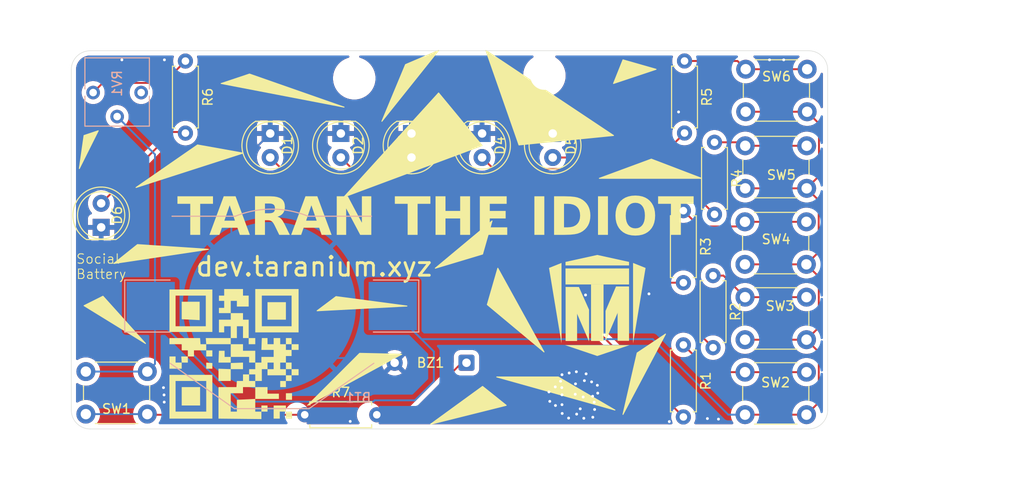
<source format=kicad_pcb>
(kicad_pcb (version 20241229) (generator "pcbnew") (generator_version "9.0")
  (layers (0 "F.Cu" signal) (2 "B.Cu" signal) (13 "F.Paste" user) (15 "B.Paste" user) (5 "F.SilkS" user "F.Silkscreen") (7 "B.SilkS" user "B.Silkscreen") (1 "F.Mask" user) (3 "B.Mask" user) (25 "Edge.Cuts" user))
  (net 0 "")
  (net 1 "GND")
  (net 2 "+3V0")
  (net 3 "Net-(D1-A)")
  (net 4 "Net-(D2-A)")
  (net 5 "Net-(D3-A)")
  (net 6 "Net-(D4-A)")
  (net 7 "Net-(D5-A)")
  (net 8 "Net-(D6-A)")
  (net 9 "Net-(R1-Pad1)")
  (net 10 "Net-(R2-Pad1)")
  (net 11 "Net-(R3-Pad1)")
  (net 12 "Net-(R4-Pad1)")
  (net 13 "Net-(R5-Pad1)")
  (net 14 "Net-(R6-Pad1)")
  (net 16 "Net-(BZ1-+)")
  (net 17 "Net-(R7-Pad1)")
  (footprint "" (layer "F.Cu") (at 181.43 33.41)
    (property "Reference" "" (at 0 0 0) (layer "F.SilkS") (effects (font (size 1.27 1.27))))
    (property "Value" "")
    (pad "" np_thru_hole circle (at 0 0) (size 3 3) (drill 4) (layers "*.Cu" "*.Mask"))
  )
  (footprint "Resistor_THT:R_Axial_DIN0207_L6.3mm_D2.5mm_P7.62mm_Horizontal" (layer "F.Cu") (at 219.53 40.18 -90)
    (property "Reference" "R4" (at 3.81 -2.37 90) (layer "F.SilkS"))
    (property "Value" "R")
    (fp_line (start 0.54 1.37) (end 7.08 1.37) (stroke (width 0.12)) (layer "F.SilkS"))
    (fp_line (start 7.08 1.37) (end 7.08 1.04) (stroke (width 0.12)) (layer "F.SilkS"))
    (fp_line (start 0.54 1.04) (end 0.54 1.37) (stroke (width 0.12)) (layer "F.SilkS"))
    (fp_line (start 0.54 -1.04) (end 0.54 -1.37) (stroke (width 0.12)) (layer "F.SilkS"))
    (fp_line (start 0.54 -1.37) (end 7.08 -1.37) (stroke (width 0.12)) (layer "F.SilkS"))
    (fp_line (start 7.08 -1.37) (end 7.08 -1.04) (stroke (width 0.12)) (layer "F.SilkS"))
    (pad "1" thru_hole circle (at 0 0 270) (size 1.6 1.6) (drill 0.8) (layers "*.Cu" "*.Mask") (net 12 "Net-(R4-Pad1)"))
    (pad "2" thru_hole oval (at 7.62 0 270) (size 1.6 1.6) (drill 0.8) (layers "*.Cu" "*.Mask") (net 6 "Net-(D4-A)"))
  )
  (footprint "Button_Switch_THT:SW_PUSH_6mm" (layer "F.Cu") (at 222.75 48.59)
    (property "Reference" "SW4" (at 3.3 1.85 0) (layer "F.SilkS"))
    (property "Value" "SW_Push")
    (fp_line (start -0.25 1.5) (end -0.25 3) (stroke (width 0.12)) (layer "F.SilkS"))
    (fp_line (start 1 5.5) (end 5.5 5.5) (stroke (width 0.12)) (layer "F.SilkS"))
    (fp_line (start 5.5 -1) (end 1 -1) (stroke (width 0.12)) (layer "F.SilkS"))
    (fp_line (start 6.75 3) (end 6.75 1.5) (stroke (width 0.12)) (layer "F.SilkS"))
    (pad "1" thru_hole circle (at 0 0 90) (size 2 2) (drill 1.1) (layers "*.Cu" "*.Mask") (net 11 "Net-(R3-Pad1)"))
    (pad "1" thru_hole circle (at 6.5 0 90) (size 2 2) (drill 1.1) (layers "*.Cu" "*.Mask") (net 11 "Net-(R3-Pad1)"))
    (pad "2" thru_hole circle (at 0 4.5 90) (size 2 2) (drill 1.1) (layers "*.Cu" "*.Mask") (net 2 "+3V0"))
    (pad "2" thru_hole circle (at 6.5 4.5 90) (size 2 2) (drill 1.1) (layers "*.Cu" "*.Mask") (net 2 "+3V0"))
  )
  (footprint "Resistor_THT:R_Axial_DIN0207_L6.3mm_D2.5mm_P7.62mm_Horizontal" (layer "F.Cu") (at 216.24 61.61 -90)
    (property "Reference" "R1" (at 3.81 -2.37 90) (layer "F.SilkS"))
    (property "Value" "R")
    (fp_line (start 0.54 1.37) (end 7.08 1.37) (stroke (width 0.12)) (layer "F.SilkS"))
    (fp_line (start 7.08 1.37) (end 7.08 1.04) (stroke (width 0.12)) (layer "F.SilkS"))
    (fp_line (start 0.54 1.04) (end 0.54 1.37) (stroke (width 0.12)) (layer "F.SilkS"))
    (fp_line (start 0.54 -1.04) (end 0.54 -1.37) (stroke (width 0.12)) (layer "F.SilkS"))
    (fp_line (start 0.54 -1.37) (end 7.08 -1.37) (stroke (width 0.12)) (layer "F.SilkS"))
    (fp_line (start 7.08 -1.37) (end 7.08 -1.04) (stroke (width 0.12)) (layer "F.SilkS"))
    (pad "1" thru_hole circle (at 0 0 270) (size 1.6 1.6) (drill 0.8) (layers "*.Cu" "*.Mask") (net 9 "Net-(R1-Pad1)"))
    (pad "2" thru_hole oval (at 7.62 0 270) (size 1.6 1.6) (drill 0.8) (layers "*.Cu" "*.Mask") (net 3 "Net-(D1-A)"))
  )
  (footprint "Button_Switch_THT:SW_PUSH_6mm" (layer "F.Cu") (at 159.54 68.93 180)
    (property "Reference" "SW1" (at 3.26 0.55 0) (layer "F.SilkS"))
    (property "Value" "SW_Push")
    (fp_line (start 6.75 3) (end 6.75 1.5) (stroke (width 0.12)) (layer "F.SilkS"))
    (fp_line (start 5.5 -1) (end 1 -1) (stroke (width 0.12)) (layer "F.SilkS"))
    (fp_line (start 1 5.5) (end 5.5 5.5) (stroke (width 0.12)) (layer "F.SilkS"))
    (fp_line (start -0.25 1.5) (end -0.25 3) (stroke (width 0.12)) (layer "F.SilkS"))
    (pad "1" thru_hole circle (at 0 0 270) (size 2 2) (drill 1.1) (layers "*.Cu" "*.Mask") (net 17 "Net-(R7-Pad1)"))
    (pad "1" thru_hole circle (at 6.5 0 270) (size 2 2) (drill 1.1) (layers "*.Cu" "*.Mask") (net 17 "Net-(R7-Pad1)"))
    (pad "2" thru_hole circle (at 0 4.5 270) (size 2 2) (drill 1.1) (layers "*.Cu" "*.Mask") (net 2 "+3V0"))
    (pad "2" thru_hole circle (at 6.5 4.5 270) (size 2 2) (drill 1.1) (layers "*.Cu" "*.Mask") (net 2 "+3V0"))
  )
  (footprint "LED_THT:LED_D5.0mm" (layer "F.Cu") (at 154.66 49.175 90)
    (property "Reference" "D6" (at 1.275 1.69 90) (layer "F.SilkS"))
    (property "Value" "LED")
    (fp_line (start -1.29 -1.545) (end -1.29 1.545) (stroke (width 0.12)) (layer "F.SilkS"))
    (fp_arc (start -1.29 -1.54483) (mid 2.071756 -2.880501) (end 4.26 -0.000048) (stroke (width 0.12)) (layer "F.SilkS"))
    (fp_arc (start 4.26 0.000048) (mid 2.071756 2.880501) (end -1.29 1.54483) (stroke (width 0.12)) (layer "F.SilkS"))
    (fp_circle (center 1.27 0) (end 3.77 0) (stroke (width 0.12)) (fill no) (layer "F.SilkS"))
    (pad "1" thru_hole rect (at 0 0 90) (size 1.8 1.8) (drill 0.9) (layers "*.Cu" "*.Mask") (net 1 "GND"))
    (pad "2" thru_hole circle (at 2.54 0 90) (size 1.8 1.8) (drill 0.9) (layers "*.Cu" "*.Mask") (net 8 "Net-(D6-A)"))
  )
  (footprint "LED_THT:LED_D5.0mm" (layer "F.Cu") (at 180.01 39.25 -90)
    (property "Reference" "D2" (at 1.27 -1.84 90) (layer "F.SilkS"))
    (property "Value" "LED")
    (fp_line (start -1.29 -1.545) (end -1.29 1.545) (stroke (width 0.12)) (layer "F.SilkS"))
    (fp_arc (start 4.26 0.000048) (mid 2.071756 2.880501) (end -1.29 1.54483) (stroke (width 0.12)) (layer "F.SilkS"))
    (fp_arc (start -1.29 -1.54483) (mid 2.071756 -2.880501) (end 4.26 -0.000048) (stroke (width 0.12)) (layer "F.SilkS"))
    (fp_circle (center 1.27 0) (end 3.77 0) (stroke (width 0.12)) (fill no) (layer "F.SilkS"))
    (pad "1" thru_hole rect (at 0 0 270) (size 1.8 1.8) (drill 0.9) (layers "*.Cu" "*.Mask") (net 1 "GND"))
    (pad "2" thru_hole circle (at 2.54 0 270) (size 1.8 1.8) (drill 0.9) (layers "*.Cu" "*.Mask") (net 4 "Net-(D2-A)"))
  )
  (footprint "LED_THT:LED_D5.0mm" (layer "F.Cu") (at 172.54 39.25 -90)
    (property "Reference" "D1" (at 1.27 -1.81 90) (layer "F.SilkS"))
    (property "Value" "LED")
    (fp_line (start -1.29 -1.545) (end -1.29 1.545) (stroke (width 0.12)) (layer "F.SilkS"))
    (fp_arc (start 4.26 0.000048) (mid 2.071756 2.880501) (end -1.29 1.54483) (stroke (width 0.12)) (layer "F.SilkS"))
    (fp_arc (start -1.29 -1.54483) (mid 2.071756 -2.880501) (end 4.26 -0.000048) (stroke (width 0.12)) (layer "F.SilkS"))
    (fp_circle (center 1.27 0) (end 3.77 0) (stroke (width 0.12)) (fill no) (layer "F.SilkS"))
    (pad "1" thru_hole rect (at 0 0 270) (size 1.8 1.8) (drill 0.9) (layers "*.Cu" "*.Mask") (net 1 "GND"))
    (pad "2" thru_hole circle (at 2.54 0 270) (size 1.8 1.8) (drill 0.9) (layers "*.Cu" "*.Mask") (net 3 "Net-(D1-A)"))
  )
  (footprint "LED_THT:LED_D5.0mm" (layer "F.Cu") (at 194.95 39.25 -90)
    (property "Reference" "D4" (at 1.27 -1.9 90) (layer "F.SilkS"))
    (property "Value" "LED")
    (fp_line (start -1.29 -1.545) (end -1.29 1.545) (stroke (width 0.12)) (layer "F.SilkS"))
    (fp_arc (start 4.26 0.000048) (mid 2.071756 2.880501) (end -1.29 1.54483) (stroke (width 0.12)) (layer "F.SilkS"))
    (fp_arc (start -1.29 -1.54483) (mid 2.071756 -2.880501) (end 4.26 -0.000048) (stroke (width 0.12)) (layer "F.SilkS"))
    (fp_circle (center 1.27 0) (end 3.77 0) (stroke (width 0.12)) (fill no) (layer "F.SilkS"))
    (pad "1" thru_hole rect (at 0 0 270) (size 1.8 1.8) (drill 0.9) (layers "*.Cu" "*.Mask") (net 1 "GND"))
    (pad "2" thru_hole circle (at 2.54 0 270) (size 1.8 1.8) (drill 0.9) (layers "*.Cu" "*.Mask") (net 6 "Net-(D4-A)"))
  )
  (footprint "LED_THT:LED_D5.0mm" (layer "F.Cu") (at 202.42 39.25 -90)
    (property "Reference" "D5" (at 1.27 -1.93 90) (layer "F.SilkS"))
    (property "Value" "LED")
    (fp_line (start -1.29 -1.545) (end -1.29 1.545) (stroke (width 0.12)) (layer "F.SilkS"))
    (fp_arc (start 4.26 0.000048) (mid 2.071756 2.880501) (end -1.29 1.54483) (stroke (width 0.12)) (layer "F.SilkS"))
    (fp_arc (start -1.29 -1.54483) (mid 2.071756 -2.880501) (end 4.26 -0.000048) (stroke (width 0.12)) (layer "F.SilkS"))
    (fp_circle (center 1.27 0) (end 3.77 0) (stroke (width 0.12)) (fill no) (layer "F.SilkS"))
    (pad "1" thru_hole rect (at 0 0 270) (size 1.8 1.8) (drill 0.9) (layers "*.Cu" "*.Mask") (net 1 "GND"))
    (pad "2" thru_hole circle (at 2.54 0 270) (size 1.8 1.8) (drill 0.9) (layers "*.Cu" "*.Mask") (net 7 "Net-(D5-A)"))
  )
  (footprint "Button_Switch_THT:SW_PUSH_6mm" (layer "F.Cu") (at 222.76 56.56)
    (property "Reference" "SW3" (at 3.71 0.94 0) (layer "F.SilkS"))
    (property "Value" "SW_Push")
    (fp_line (start -0.25 1.5) (end -0.25 3) (stroke (width 0.12)) (layer "F.SilkS"))
    (fp_line (start 1 5.5) (end 5.5 5.5) (stroke (width 0.12)) (layer "F.SilkS"))
    (fp_line (start 5.5 -1) (end 1 -1) (stroke (width 0.12)) (layer "F.SilkS"))
    (fp_line (start 6.75 3) (end 6.75 1.5) (stroke (width 0.12)) (layer "F.SilkS"))
    (pad "1" thru_hole circle (at 0 0 90) (size 2 2) (drill 1.1) (layers "*.Cu" "*.Mask") (net 10 "Net-(R2-Pad1)"))
    (pad "1" thru_hole circle (at 6.5 0 90) (size 2 2) (drill 1.1) (layers "*.Cu" "*.Mask") (net 10 "Net-(R2-Pad1)"))
    (pad "2" thru_hole circle (at 0 4.5 90) (size 2 2) (drill 1.1) (layers "*.Cu" "*.Mask") (net 2 "+3V0"))
    (pad "2" thru_hole circle (at 6.5 4.5 90) (size 2 2) (drill 1.1) (layers "*.Cu" "*.Mask") (net 2 "+3V0"))
  )
  (footprint "Buzzer_Beeper:Indicator_PUI_AI-1440-TWT-24V-2-R" (layer "F.Cu") (at 193.3 63.5 180)
    (property "Reference" "BZ1" (at 3.8 0 0) (layer "F.SilkS"))
    (property "Value" "Buzzer")
    (pad "1" thru_hole roundrect (at 0 0 180) (size 1.7 1.7) (drill 0.9) (layers "*.Cu" "*.Mask") (roundrect_rratio 0.147) (net 16 "Net-(BZ1-+)"))
    (pad "2" thru_hole circle (at 7.6 0 180) (size 1.7 1.7) (drill 0.9) (layers "*.Cu" "*.Mask") (net 1 "GND"))
  )
  (footprint "Resistor_THT:R_Axial_DIN0207_L6.3mm_D2.5mm_P7.62mm_Horizontal" (layer "F.Cu") (at 219.38 54.28 -90)
    (property "Reference" "R2" (at 3.81 -2.37 90) (layer "F.SilkS"))
    (property "Value" "R")
    (fp_line (start 0.54 1.37) (end 7.08 1.37) (stroke (width 0.12)) (layer "F.SilkS"))
    (fp_line (start 7.08 1.37) (end 7.08 1.04) (stroke (width 0.12)) (layer "F.SilkS"))
    (fp_line (start 0.54 1.04) (end 0.54 1.37) (stroke (width 0.12)) (layer "F.SilkS"))
    (fp_line (start 0.54 -1.04) (end 0.54 -1.37) (stroke (width 0.12)) (layer "F.SilkS"))
    (fp_line (start 0.54 -1.37) (end 7.08 -1.37) (stroke (width 0.12)) (layer "F.SilkS"))
    (fp_line (start 7.08 -1.37) (end 7.08 -1.04) (stroke (width 0.12)) (layer "F.SilkS"))
    (pad "1" thru_hole circle (at 0 0 270) (size 1.6 1.6) (drill 0.8) (layers "*.Cu" "*.Mask") (net 10 "Net-(R2-Pad1)"))
    (pad "2" thru_hole oval (at 7.62 0 270) (size 1.6 1.6) (drill 0.8) (layers "*.Cu" "*.Mask") (net 4 "Net-(D2-A)"))
  )
  (footprint "Resistor_THT:R_Axial_DIN0207_L6.3mm_D2.5mm_P7.62mm_Horizontal" (layer "F.Cu") (at 176.19 69)
    (property "Reference" "R7" (at 3.81 -2.37 0) (layer "F.SilkS"))
    (property "Value" "R")
    (fp_line (start 0.54 -1.37) (end 7.08 -1.37) (stroke (width 0.12)) (layer "F.SilkS"))
    (fp_line (start 0.54 -1.04) (end 0.54 -1.37) (stroke (width 0.12)) (layer "F.SilkS"))
    (fp_line (start 0.54 1.04) (end 0.54 1.37) (stroke (width 0.12)) (layer "F.SilkS"))
    (fp_line (start 0.54 1.37) (end 7.08 1.37) (stroke (width 0.12)) (layer "F.SilkS"))
    (fp_line (start 7.08 -1.37) (end 7.08 -1.04) (stroke (width 0.12)) (layer "F.SilkS"))
    (fp_line (start 7.08 1.37) (end 7.08 1.04) (stroke (width 0.12)) (layer "F.SilkS"))
    (pad "1" thru_hole circle (at 0 0) (size 1.6 1.6) (drill 0.8) (layers "*.Cu" "*.Mask") (net 17 "Net-(R7-Pad1)"))
    (pad "2" thru_hole oval (at 7.62 0) (size 1.6 1.6) (drill 0.8) (layers "*.Cu" "*.Mask") (net 16 "Net-(BZ1-+)"))
  )
  (footprint "Resistor_THT:R_Axial_DIN0207_L6.3mm_D2.5mm_P7.62mm_Horizontal" (layer "F.Cu") (at 163.57 31.59 -90)
    (property "Reference" "R6" (at 3.81 -2.37 90) (layer "F.SilkS"))
    (property "Value" "R")
    (fp_line (start 0.54 1.37) (end 7.08 1.37) (stroke (width 0.12)) (layer "F.SilkS"))
    (fp_line (start 7.08 1.37) (end 7.08 1.04) (stroke (width 0.12)) (layer "F.SilkS"))
    (fp_line (start 0.54 1.04) (end 0.54 1.37) (stroke (width 0.12)) (layer "F.SilkS"))
    (fp_line (start 0.54 -1.04) (end 0.54 -1.37) (stroke (width 0.12)) (layer "F.SilkS"))
    (fp_line (start 0.54 -1.37) (end 7.08 -1.37) (stroke (width 0.12)) (layer "F.SilkS"))
    (fp_line (start 7.08 -1.37) (end 7.08 -1.04) (stroke (width 0.12)) (layer "F.SilkS"))
    (pad "1" thru_hole circle (at 0 0 270) (size 1.6 1.6) (drill 0.8) (layers "*.Cu" "*.Mask") (net 14 "Net-(R6-Pad1)"))
    (pad "2" thru_hole oval (at 7.62 0 270) (size 1.6 1.6) (drill 0.8) (layers "*.Cu" "*.Mask") (net 8 "Net-(D6-A)"))
  )
  (footprint "Button_Switch_THT:SW_PUSH_6mm" (layer "F.Cu") (at 222.78 40.55)
    (property "Reference" "SW5" (at 3.82 3.09 0) (layer "F.SilkS"))
    (property "Value" "SW_Push")
    (fp_line (start -0.25 1.5) (end -0.25 3) (stroke (width 0.12)) (layer "F.SilkS"))
    (fp_line (start 1 5.5) (end 5.5 5.5) (stroke (width 0.12)) (layer "F.SilkS"))
    (fp_line (start 5.5 -1) (end 1 -1) (stroke (width 0.12)) (layer "F.SilkS"))
    (fp_line (start 6.75 3) (end 6.75 1.5) (stroke (width 0.12)) (layer "F.SilkS"))
    (pad "1" thru_hole circle (at 0 0 90) (size 2 2) (drill 1.1) (layers "*.Cu" "*.Mask") (net 12 "Net-(R4-Pad1)"))
    (pad "1" thru_hole circle (at 6.5 0 90) (size 2 2) (drill 1.1) (layers "*.Cu" "*.Mask") (net 12 "Net-(R4-Pad1)"))
    (pad "2" thru_hole circle (at 0 4.5 90) (size 2 2) (drill 1.1) (layers "*.Cu" "*.Mask") (net 2 "+3V0"))
    (pad "2" thru_hole circle (at 6.5 4.5 90) (size 2 2) (drill 1.1) (layers "*.Cu" "*.Mask") (net 2 "+3V0"))
  )
  (footprint "Button_Switch_THT:SW_PUSH_6mm" (layer "F.Cu") (at 222.83 32.45)
    (property "Reference" "SW6" (at 3.26 0.78 0) (layer "F.SilkS"))
    (property "Value" "SW_Push")
    (fp_line (start -0.25 1.5) (end -0.25 3) (stroke (width 0.12)) (layer "F.SilkS"))
    (fp_line (start 1 5.5) (end 5.5 5.5) (stroke (width 0.12)) (layer "F.SilkS"))
    (fp_line (start 5.5 -1) (end 1 -1) (stroke (width 0.12)) (layer "F.SilkS"))
    (fp_line (start 6.75 3) (end 6.75 1.5) (stroke (width 0.12)) (layer "F.SilkS"))
    (pad "1" thru_hole circle (at 0 0 90) (size 2 2) (drill 1.1) (layers "*.Cu" "*.Mask") (net 13 "Net-(R5-Pad1)"))
    (pad "1" thru_hole circle (at 6.5 0 90) (size 2 2) (drill 1.1) (layers "*.Cu" "*.Mask") (net 13 "Net-(R5-Pad1)"))
    (pad "2" thru_hole circle (at 0 4.5 90) (size 2 2) (drill 1.1) (layers "*.Cu" "*.Mask") (net 2 "+3V0"))
    (pad "2" thru_hole circle (at 6.5 4.5 90) (size 2 2) (drill 1.1) (layers "*.Cu" "*.Mask") (net 2 "+3V0"))
  )
  (footprint "Button_Switch_THT:SW_PUSH_6mm" (layer "F.Cu") (at 222.76 64.49)
    (property "Reference" "SW2" (at 3.23 1.1 0) (layer "F.SilkS"))
    (property "Value" "SW_Push")
    (fp_line (start -0.25 1.5) (end -0.25 3) (stroke (width 0.12)) (layer "F.SilkS"))
    (fp_line (start 1 5.5) (end 5.5 5.5) (stroke (width 0.12)) (layer "F.SilkS"))
    (fp_line (start 5.5 -1) (end 1 -1) (stroke (width 0.12)) (layer "F.SilkS"))
    (fp_line (start 6.75 3) (end 6.75 1.5) (stroke (width 0.12)) (layer "F.SilkS"))
    (pad "1" thru_hole circle (at 0 0 90) (size 2 2) (drill 1.1) (layers "*.Cu" "*.Mask") (net 9 "Net-(R1-Pad1)"))
    (pad "1" thru_hole circle (at 6.5 0 90) (size 2 2) (drill 1.1) (layers "*.Cu" "*.Mask") (net 9 "Net-(R1-Pad1)"))
    (pad "2" thru_hole circle (at 0 4.5 90) (size 2 2) (drill 1.1) (layers "*.Cu" "*.Mask") (net 2 "+3V0"))
    (pad "2" thru_hole circle (at 6.5 4.5 90) (size 2 2) (drill 1.1) (layers "*.Cu" "*.Mask") (net 2 "+3V0"))
  )
  (footprint "LED_THT:LED_D5.0mm" (layer "F.Cu") (at 187.48 39.25 -90)
    (property "Reference" "D3" (at 1.27 -1.87 90) (layer "F.SilkS"))
    (property "Value" "LED")
    (fp_line (start -1.29 -1.545) (end -1.29 1.545) (stroke (width 0.12)) (layer "F.SilkS"))
    (fp_arc (start 4.26 0.000048) (mid 2.071756 2.880501) (end -1.29 1.54483) (stroke (width 0.12)) (layer "F.SilkS"))
    (fp_arc (start -1.29 -1.54483) (mid 2.071756 -2.880501) (end 4.26 -0.000048) (stroke (width 0.12)) (layer "F.SilkS"))
    (fp_circle (center 1.27 0) (end 3.77 0) (stroke (width 0.12)) (fill no) (layer "F.SilkS"))
    (pad "1" thru_hole rect (at 0 0 270) (size 1.8 1.8) (drill 0.9) (layers "*.Cu" "*.Mask") (net 1 "GND"))
    (pad "2" thru_hole circle (at 2.54 0 270) (size 1.8 1.8) (drill 0.9) (layers "*.Cu" "*.Mask") (net 5 "Net-(D3-A)"))
  )
  (footprint "Resistor_THT:R_Axial_DIN0207_L6.3mm_D2.5mm_P7.62mm_Horizontal" (layer "F.Cu") (at 216.36 31.58 -90)
    (property "Reference" "R5" (at 3.81 -2.37 90) (layer "F.SilkS"))
    (property "Value" "R")
    (fp_line (start 0.54 1.37) (end 7.08 1.37) (stroke (width 0.12)) (layer "F.SilkS"))
    (fp_line (start 7.08 1.37) (end 7.08 1.04) (stroke (width 0.12)) (layer "F.SilkS"))
    (fp_line (start 0.54 1.04) (end 0.54 1.37) (stroke (width 0.12)) (layer "F.SilkS"))
    (fp_line (start 0.54 -1.04) (end 0.54 -1.37) (stroke (width 0.12)) (layer "F.SilkS"))
    (fp_line (start 0.54 -1.37) (end 7.08 -1.37) (stroke (width 0.12)) (layer "F.SilkS"))
    (fp_line (start 7.08 -1.37) (end 7.08 -1.04) (stroke (width 0.12)) (layer "F.SilkS"))
    (pad "1" thru_hole circle (at 0 0 270) (size 1.6 1.6) (drill 0.8) (layers "*.Cu" "*.Mask") (net 13 "Net-(R5-Pad1)"))
    (pad "2" thru_hole oval (at 7.62 0 270) (size 1.6 1.6) (drill 0.8) (layers "*.Cu" "*.Mask") (net 7 "Net-(D5-A)"))
  )
  (footprint "Resistor_THT:R_Axial_DIN0207_L6.3mm_D2.5mm_P7.62mm_Horizontal" (layer "F.Cu") (at 216.24 47.41 -90)
    (property "Reference" "R3" (at 3.81 -2.37 90) (layer "F.SilkS"))
    (property "Value" "R")
    (fp_line (start 0.54 1.37) (end 7.08 1.37) (stroke (width 0.12)) (layer "F.SilkS"))
    (fp_line (start 7.08 1.37) (end 7.08 1.04) (stroke (width 0.12)) (layer "F.SilkS"))
    (fp_line (start 0.54 1.04) (end 0.54 1.37) (stroke (width 0.12)) (layer "F.SilkS"))
    (fp_line (start 0.54 -1.04) (end 0.54 -1.37) (stroke (width 0.12)) (layer "F.SilkS"))
    (fp_line (start 0.54 -1.37) (end 7.08 -1.37) (stroke (width 0.12)) (layer "F.SilkS"))
    (fp_line (start 7.08 -1.37) (end 7.08 -1.04) (stroke (width 0.12)) (layer "F.SilkS"))
    (pad "1" thru_hole circle (at 0 0 270) (size 1.6 1.6) (drill 0.8) (layers "*.Cu" "*.Mask") (net 11 "Net-(R3-Pad1)"))
    (pad "2" thru_hole oval (at 7.62 0 270) (size 1.6 1.6) (drill 0.8) (layers "*.Cu" "*.Mask") (net 5 "Net-(D3-A)"))
  )
  (footprint "MountingHole:MountingHole_3.7mm" (layer "F.Cu") (at 201.54 33.13)
    (property "Reference" "REF**" (hide yes))
    (property "Value" "MountingHole_3.7mm")
    (pad "" np_thru_hole circle (at 0 0) (size 3 3) (drill 4) (layers "*.Cu" "*.Mask"))
  )
  (footprint "Battery:BatteryHolder_Keystone_3002_1x2032" (layer "B.Cu") (at 172.7 57.5 180)
    (property "Reference" "BT1" (at -9.15 -9.7 0) (layer "B.SilkS") (effects (justify mirror)))
    (property "Value" "Battery_Cell")
    (fp_line (start 15.55 2.75) (end 10.75 2.75) (stroke (width 0.12)) (layer "B.SilkS"))
    (fp_line (start 15.55 -2.75) (end 15.55 2.75) (stroke (width 0.12)) (layer "B.SilkS"))
    (fp_line (start 10.75 -2.75) (end 15.55 -2.75) (stroke (width 0.12)) (layer "B.SilkS"))
    (fp_line (start 10.55 9.5) (end 3.85 9.5) (stroke (width 0.12)) (layer "B.SilkS"))
    (fp_line (start 3.95 -10.85) (end 10.75 -6.05) (stroke (width 0.12)) (layer "B.SilkS"))
    (fp_line (start -3.95 -10.85) (end 3.95 -10.85) (stroke (width 0.12)) (layer "B.SilkS"))
    (fp_line (start -10.55 9.5) (end -3.85 9.5) (stroke (width 0.12)) (layer "B.SilkS"))
    (fp_line (start -10.75 2.75) (end -15.55 2.75) (stroke (width 0.12)) (layer "B.SilkS"))
    (fp_line (start -10.8 -6.05) (end -3.95 -10.85) (stroke (width 0.12)) (layer "B.SilkS"))
    (fp_line (start -15.55 2.75) (end -15.55 -2.75) (stroke (width 0.12)) (layer "B.SilkS"))
    (fp_line (start -15.55 -2.75) (end -10.75 -2.75) (stroke (width 0.12)) (layer "B.SilkS"))
    (fp_arc (start 3.85 9.5) (mid 0.00195 10.250488) (end -3.846385 9.501464) (stroke (width 0.12)) (layer "B.SilkS"))
    (pad "1" smd rect (at -12.8 0 180) (size 5.1 5.1) (layers "B.Cu" "B.Mask" "B.Paste") (net 2 "+3V0"))
    (pad "1" smd rect (at 12.8 0 180) (size 5.1 5.1) (layers "B.Cu" "B.Mask" "B.Paste") (net 2 "+3V0"))
    (pad "2" smd circle (at 0 0 180) (size 17.8 17.8) (layers "B.Cu" "B.Mask") (net 1 "GND"))
  )
  (footprint "Potentiometer_THT:Potentiometer_Vishay_T73YP_Vertical" (layer "B.Cu") (at 158.89 34.92 -90)
    (property "Reference" "RV1" (at -0.96 2.54 90) (layer "B.SilkS") (effects (justify mirror)))
    (property "Value" "R_Potentiometer")
    (fp_line (start -3.67 5.95) (end -0.382 5.95) (stroke (width 0.12)) (layer "B.SilkS"))
    (fp_line (start -3.67 5.95) (end -3.67 -0.87) (stroke (width 0.12)) (layer "B.SilkS"))
    (fp_line (start 0.382 5.95) (end 3.55 5.95) (stroke (width 0.12)) (layer "B.SilkS"))
    (fp_line (start 3.55 5.95) (end 3.55 -0.87) (stroke (width 0.12)) (layer "B.SilkS"))
    (fp_line (start -3.67 -0.87) (end -0.382 -0.87) (stroke (width 0.12)) (layer "B.SilkS"))
    (fp_line (start 0.382 -0.87) (end 3.55 -0.87) (stroke (width 0.12)) (layer "B.SilkS"))
    (pad "1" thru_hole circle (at 0 0 270) (size 1.44 1.44) (drill 0.8) (layers "*.Cu" "*.Mask"))
    (pad "2" thru_hole circle (at 2.54 2.54 270) (size 1.44 1.44) (drill 0.8) (layers "*.Cu" "*.Mask") (net 2 "+3V0"))
    (pad "3" thru_hole circle (at 0 5.08 270) (size 1.44 1.44) (drill 0.8) (layers "*.Cu" "*.Mask") (net 14 "Net-(R6-Pad1)"))
  )
  (gr_poly (pts (xy 207.133541 62.782917) (xy 203.719411 61.63198) (xy 210.547672 61.63198)) (fill yes) (layer "F.SilkS"))
  (gr_poly (pts (xy 174.847603 69.406667) (xy 174.199375 69.406667) (xy 174.199375 68.665833) (xy 174.847603 68.665833)) (fill yes) (layer "F.SilkS"))
  (gr_poly (pts (xy 204.997613 61.197746) (xy 203.783387 61.197746) (xy 203.783387 55.480417) (xy 204.997613 55.480417)) (fill yes) (layer "F.SilkS"))
  (gr_poly (pts (xy 210.49375 52.832071) (xy 210.49375 53.205001) (xy 203.773333 53.205001) (xy 203.773333 52.832071) (xy 207.133541 52.093751)) (fill yes) (layer "F.SilkS"))
  (gr_poly (pts (xy 158.5 51) (xy 166 51.5) (xy 156 53)) (stroke (width 0.1)) (fill yes) (layer "F.SilkS"))
  (gr_poly (pts (xy 210.49375 61.178431) (xy 209.28291 61.178431) (xy 209.28291 55.454996) (xy 210.49375 55.454996)) (fill yes) (layer "F.SilkS"))
  (gr_poly (pts (xy 182 62.5) (xy 186.45326 62.597374) (xy 176.5 68)) (stroke (width 0.1)) (fill yes) (layer "F.SilkS"))
  (gr_poly (pts (xy 203 65) (xy 209 68.5) (xy 196.5 65)) (stroke (width 0.1)) (fill yes) (layer "F.SilkS"))
  (gr_poly (pts (xy 152.85 57.46) (xy 154.85 56.46) (xy 159.35 61.46)) (stroke (width 0.1)) (fill yes) (layer "F.SilkS"))
  (gr_poly (pts (xy 212.239999 53.469854) (xy 210.917082 61.46) (xy 210.917082 52.940417)) (fill yes) (layer "F.SilkS"))
  (gr_poly (pts (xy 174.801302 61.535313) (xy 174.199375 61.535313) (xy 174.199375 60.887084) (xy 174.801302 60.887084)) (fill yes) (layer "F.SilkS"))
  (gr_poly (pts (xy 166.420625 69.406667) (xy 161.883021 69.406667) (xy 161.883021 68.665833) (xy 162.53125 68.665833) (xy 165.772396 68.665833) (xy 165.772396 65.424688) (xy 162.53125 65.424688) (xy 162.53125 68.665833) (xy 161.883021 68.665833) (xy 161.883021 64.776459) (xy 166.420625 64.776459)) (fill yes) (layer "F.SilkS"))
  (gr_poly (pts (xy 190 53.5) (xy 196 48.5) (xy 195 52)) (stroke (width 0.1)) (fill yes) (layer "F.SilkS"))
  (gr_poly (pts (xy 174.801302 65.424688) (xy 174.199375 65.424688) (xy 174.199375 64.822761) (xy 174.801302 64.822761)) (fill yes) (layer "F.SilkS"))
  (gr_poly (pts (xy 165.170469 61.535313) (xy 165.772396 61.535313) (xy 165.772396 61.581615) (xy 165.772396 62.183542) (xy 164.475937 62.183542) (xy 164.475937 62.831771) (xy 163.827708 62.831771) (xy 163.827708 62.183542) (xy 163.179479 62.183542) (xy 163.179479 61.535313) (xy 161.883021 61.535313) (xy 161.883021 60.887084) (xy 165.124167 60.887084)) (fill yes) (layer "F.SilkS"))
  (gr_poly (pts (xy 190.35 30.46) (xy 186.85 31.96) (xy 184.35 37.96)) (stroke (width 0.1)) (fill yes) (layer "F.SilkS"))
  (gr_poly (pts (xy 174.199375 58.942397) (xy 172.254687 58.942397) (xy 172.254687 57.090313) (xy 174.199375 57.090313)) (fill yes) (layer "F.SilkS"))
  (gr_poly (pts (xy 207.795 61.195417) (xy 206.472083 61.195417) (xy 206.472083 55.215834) (xy 207.795 55.215834)) (fill yes) (layer "F.SilkS"))
  (gr_poly (pts (xy 170.31 65.424688) (xy 170.911927 65.424688) (xy 170.958229 65.424688) (xy 170.958229 66.072917) (xy 170.911927 66.072917) (xy 169.66177 66.072917) (xy 169.66177 66.721146) (xy 168.365312 66.721146) (xy 168.365312 68.665833) (xy 169.013541 68.665833) (xy 169.013541 67.415678) (xy 170.958229 67.323074) (xy 170.958229 68.665833) (xy 171.606458 68.665833) (xy 171.606458 69.452969) (xy 167.068854 69.406667) (xy 167.068854 66.072917) (xy 168.967239 66.072917) (xy 169.013541 65.424688) (xy 169.66177 65.424688) (xy 169.66177 64.730157) (xy 170.31 64.730157)) (fill yes) (layer "F.SilkS"))
  (gr_poly (pts (xy 175.542135 60.285157) (xy 170.958229 60.285157) (xy 170.958229 59.636928) (xy 171.65276 59.636928) (xy 174.801302 59.636928) (xy 174.801302 56.395782) (xy 171.65276 56.395782) (xy 171.65276 59.636928) (xy 170.958229 59.636928) (xy 170.958229 55.701251) (xy 175.542135 55.701251)) (fill yes) (layer "F.SilkS"))
  (gr_poly (pts (xy 174.847603 67.415678) (xy 174.199375 67.415678) (xy 174.199375 67.323074) (xy 174.199375 66.721146) (xy 174.847603 66.721146)) (fill yes) (layer "F.SilkS"))
  (gr_poly (pts (xy 174.801302 64.174532) (xy 174.199375 64.174532) (xy 174.199375 63.48) (xy 174.801302 63.48)) (fill yes) (layer "F.SilkS"))
  (gr_poly (pts (xy 163.827708 63.48) (xy 163.179479 63.48) (xy 163.133177 62.831771) (xy 163.827708 62.831771)) (fill yes) (layer "F.SilkS"))
  (gr_poly (pts (xy 166.420625 62.831771) (xy 165.772396 62.831771) (xy 165.772396 62.183542) (xy 166.420625 62.183542)) (fill yes) (layer "F.SilkS"))
  (gr_poly (pts (xy 152.35 42.96) (xy 152.85 39.46) (xy 154.35 38.96)) (stroke (width 0.1)) (fill yes) (layer "F.SilkS"))
  (gr_poly (pts (xy 195.5 57.352175) (xy 201.5 62.352175) (xy 196.612496 53.5)) (stroke (width 0.1)) (fill yes) (layer "F.SilkS"))
  (gr_poly (pts (xy 208.85 33.96) (xy 213.35 32.46) (xy 209.85 31.46)) (stroke (width 0.1)) (fill yes) (layer "F.SilkS"))
  (gr_poly (pts (xy 166.420625 60.238855) (xy 161.883021 60.238855) (xy 161.883021 59.636928) (xy 162.53125 59.636928) (xy 165.726094 59.636928) (xy 165.726094 56.395782) (xy 162.53125 56.395782) (xy 162.53125 59.636928) (xy 161.883021 59.636928) (xy 161.883021 55.747553) (xy 166.420625 55.747553)) (fill yes) (layer "F.SilkS"))
  (gr_poly (pts (xy 175.542135 64.822761) (xy 174.801302 64.822761) (xy 174.801302 64.174532) (xy 175.542135 64.174532)) (fill yes) (layer "F.SilkS"))
  (gr_poly (pts (xy 203.35 61.46) (xy 202.027083 53.469854) (xy 203.35 52.940417)) (fill yes) (layer "F.SilkS"))
  (gr_poly (pts (xy 170.958229 61.535313) (xy 170.263697 61.535313) (xy 170.263697 60.887084) (xy 170.958229 60.887084)) (fill yes) (layer "F.SilkS"))
  (gr_poly (pts (xy 208.006666 61.195417) (xy 208.006666 58.012797) (xy 209.113365 55.427501) (xy 210.48687 55.427501)) (fill yes) (layer "F.SilkS"))
  (gr_poly (pts (xy 174.199375 66.072917) (xy 173.597448 66.072917) (xy 173.597448 65.424688) (xy 174.199375 65.424688)) (fill yes) (layer "F.SilkS"))
  (gr_poly (pts (xy 168.365312 61.535313) (xy 165.772396 61.535313) (xy 165.726094 60.887084) (xy 168.365312 60.887084)) (fill yes) (layer "F.SilkS"))
  (gr_poly (pts (xy 195.35 30.46) (xy 208.85 39.46) (xy 198.85 40.46)) (stroke (width 0.1)) (fill yes) (layer "F.SilkS"))
  (gr_poly (pts (xy 206.260416 57.883734) (xy 206.260416 61.248334) (xy 203.773333 55.486561) (xy 205.19187 55.486561)) (fill yes) (layer "F.SilkS"))
  (gr_poly (pts (xy 166.420625 63.526303) (xy 166.420625 64.12823) (xy 165.772396 64.12823) (xy 165.772396 63.48)) (fill yes) (layer "F.SilkS"))
  (gr_poly (pts (xy 167.717083 62.878073) (xy 168.365312 62.878073) (xy 168.365312 63.48) (xy 167.068854 63.48) (xy 167.115156 62.229844) (xy 167.717083 62.229844)) (fill yes) (layer "F.SilkS"))
  (gr_poly (pts (xy 162.53125 63.48) (xy 163.179479 63.48) (xy 163.179479 64.12823) (xy 161.883021 64.12823) (xy 161.883021 62.831771) (xy 162.53125 62.831771)) (fill yes) (layer "F.SilkS"))
  (gr_poly (pts (xy 210.49375 55.215834) (xy 203.773333 55.215834) (xy 203.773333 53.522501) (xy 210.49375 53.522501)) (fill yes) (layer "F.SilkS"))
  (gr_poly (pts (xy 172.254687 66.767448) (xy 173.458541 66.767448) (xy 173.458541 67.323074) (xy 170.958229 67.323074) (xy 170.958229 66.072917) (xy 172.254687 66.072917)) (fill yes) (layer "F.SilkS"))
  (gr_poly (pts (xy 165.077864 58.988699) (xy 163.179479 58.896094) (xy 163.179479 57.044011) (xy 165.077864 57.044011)) (fill yes) (layer "F.SilkS"))
  (gr_poly (pts (xy 164.85 40.46) (xy 169.659499 41.321756) (xy 158.35 44.96)) (stroke (width 0.1)) (fill yes) (layer "F.SilkS"))
  (gr_poly (pts (xy 170.35 32.96) (xy 180.35 36.46) (xy 167.35 33.96)) (stroke (width 0.1)) (fill yes) (layer "F.SilkS"))
  (gr_poly (pts (xy 190.35 34.96) (xy 194.95 40.52) (xy 180.35 45.96)) (stroke (width 0.1)) (fill yes) (layer "F.SilkS"))
  (gr_poly (pts (xy 169.66177 56.395782) (xy 170.263697 56.395782) (xy 170.263697 57.553334) (xy 169.013541 57.553334) (xy 169.013541 56.951407) (xy 168.365312 56.951407) (xy 168.365312 58.247866) (xy 167.115156 58.247866) (xy 167.115156 57.69224) (xy 167.670781 57.69224) (xy 167.670781 56.951407) (xy 167.115156 56.951407) (xy 167.115156 56.395782) (xy 167.670781 56.395782) (xy 167.670781 55.701251) (xy 169.66177 55.701251)) (fill yes) (layer "F.SilkS"))
  (gr_poly (pts (xy 172.254687 68.665833) (xy 171.606458 68.665833) (xy 171.606458 68.017605) (xy 172.254687 68.017605)) (fill yes) (layer "F.SilkS"))
  (gr_poly (pts (xy 175.542135 62.13724) (xy 174.801302 62.13724) (xy 174.801302 61.535313) (xy 175.542135 61.535313)) (fill yes) (layer "F.SilkS"))
  (gr_poly (pts (xy 172.254687 61.535313) (xy 172.902916 61.535313) (xy 172.902916 60.887084) (xy 173.597448 60.887084) (xy 173.597448 61.535313) (xy 174.199375 61.535313) (xy 174.199375 62.13724) (xy 174.801302 62.13724) (xy 174.801302 62.785469) (xy 174.199375 62.785469) (xy 174.199375 63.48) (xy 173.597448 63.48) (xy 173.597448 64.174532) (xy 174.199375 64.174532) (xy 174.199375 64.822761) (xy 172.254687 64.822761) (xy 172.254687 64.174532) (xy 172.902916 64.174532) (xy 172.902916 63.48) (xy 172.254687 63.48) (xy 172.254687 64.174532) (xy 171.65276 64.174532) (xy 171.65276 65.424688) (xy 170.958229 65.424688) (xy 170.958229 64.730157) (xy 170.31 64.730157) (xy 170.31 64.174532) (xy 170.958229 64.174532) (xy 170.958229 63.48) (xy 171.606458 63.48) (xy 171.606458 62.878073) (xy 172.902916 62.878073) (xy 172.902916 62.13724) (xy 171.606458 62.13724) (xy 171.65276 60.887084) (xy 172.254687 60.887084)) (fill yes) (layer "F.SilkS"))
  (gr_poly (pts (xy 169.66177 58.942397) (xy 170.263697 58.942397) (xy 170.263697 60.887084) (xy 169.66177 60.887084) (xy 169.66177 59.636928) (xy 169.013541 59.636928) (xy 169.013541 60.887084) (xy 168.365312 60.887084) (xy 168.365312 59.636928) (xy 167.670781 59.636928) (xy 167.670781 60.285157) (xy 167.115156 60.285157) (xy 167.115156 58.942397) (xy 168.365312 58.942397) (xy 168.365312 58.247866) (xy 169.66177 58.247866)) (fill yes) (layer "F.SilkS"))
  (gr_poly (pts (xy 177.5 58) (xy 187 57.5) (xy 179.5 56.5)) (stroke (width 0.1)) (fill yes) (layer "F.SilkS"))
  (gr_poly (pts (xy 211.35 62.46) (xy 214.35 60.46) (xy 209.85 68.96)) (stroke (width 0.1)) (fill yes) (layer "F.SilkS"))
  (gr_poly (pts (xy 174.199375 68.665833) (xy 173.551145 68.665833) (xy 173.551145 69.406667) (xy 172.902916 69.406667) (xy 172.902916 68.017605) (xy 174.199375 68.017605)) (fill yes) (layer "F.SilkS"))
  (gr_poly (pts (xy 189.5 70) (xy 195 66) (xy 197.5 68)) (stroke (width 0.1)) (fill yes) (layer "F.SilkS"))
  (gr_poly (pts (xy 169.66177 62.229844) (xy 170.958229 62.229844) (xy 170.958229 63.48) (xy 170.31 63.48) (xy 170.31 62.878073) (xy 168.365312 62.878073) (xy 168.365312 61.581615) (xy 168.365312 61.535313) (xy 169.66177 61.535313)) (fill yes) (layer "F.SilkS"))
  (gr_poly (pts (xy 165.124167 68.017605) (xy 163.179479 68.017605) (xy 163.179479 66.072917) (xy 165.124167 66.072917)) (fill yes) (layer "F.SilkS"))
  (gr_poly (pts (xy 212.85 41.96) (xy 218.16 43.99) (xy 207.35 43.99)) (stroke (width 0.1)) (fill yes) (layer "F.SilkS"))
  (gr_poly (pts (xy 168.365312 64.174532) (xy 168.365312 65.424688) (xy 167.068854 65.424688) (xy 167.068854 64.12823)) (fill yes) (layer "F.SilkS"))
  (gr_poly (pts (xy 169.66177 64.174532) (xy 168.365312 64.174532) (xy 168.365312 63.526303) (xy 169.66177 63.48)) (fill yes) (layer "F.SilkS"))
  (gr_arc (start 231.5 68.5) (mid 230.914214 69.914214) (end 229.5 70.5) (stroke (width 0.05)) (layer "Edge.Cuts"))
  (gr_line (start 153.5 30.5) (end 229.5 30.5) (stroke (width 0.05)) (layer "Edge.Cuts"))
  (gr_arc (start 151.5 32.5) (mid 152.085786 31.085786) (end 153.5 30.5) (stroke (width 0.05)) (layer "Edge.Cuts"))
  (gr_arc (start 229.5 30.5) (mid 230.914214 31.085786) (end 231.5 32.5) (stroke (width 0.05)) (layer "Edge.Cuts"))
  (gr_line (start 229.5 70.5) (end 153.5 70.5) (stroke (width 0.05)) (layer "Edge.Cuts"))
  (gr_arc (start 153.5 70.5) (mid 152.085786 69.914214) (end 151.5 68.5) (stroke (width 0.05)) (layer "Edge.Cuts"))
  (gr_line (start 231.5 32.5) (end 231.5 68.5) (stroke (width 0.05)) (layer "Edge.Cuts"))
  (gr_line (start 151.5 68.5) (end 151.5 32.5) (stroke (width 0.05)) (layer "Edge.Cuts"))
  (gr_text "Social\nBattery" (at 151.96 54.71 0) (layer "F.SilkS") (effects (font (size 1 1) (thickness 0.1)) (justify left bottom)))
  (gr_text "TARAN THE IDIOT" (at 162.7 50.65 0) (layer "F.SilkS") (effects (font (size 4 4) (thickness 0.6) (bold yes)) (justify left bottom)))
  (gr_text "dev.taranium.xyz" (at 164.5 54.5 0) (layer "F.SilkS") (effects (font (size 2 2) (thickness 0.3)) (justify left bottom)))
  (segment (start 154.66 49.175) (end 162.615 49.175) (width 0.2) (layer "F.Cu") (net 1))
  (segment (start 162.615 49.175) (end 172.54 39.25) (width 0.2) (layer "F.Cu") (net 1))
  (segment (start 172.54 39.25) (end 202.42 39.25) (width 0.2) (layer "F.Cu") (net 1))
  (via (at 203.42 68.86) (size 0.6) (drill 0.3) (layers "F.Cu" "B.Cu") (net 1))
  (via (at 204.16 64.58) (size 0.6) (drill 0.3) (layers "F.Cu" "B.Cu") (net 1))
  (via (at 205.77 65.39) (size 0.6) (drill 0.3) (layers "F.Cu" "B.Cu") (net 1))
  (via (at 205.95 64.67) (size 0.6) (drill 0.3) (layers "F.Cu" "B.Cu") (net 1))
  (via (at 205.89 56.33) (size 0.6) (drill 0.3) (layers "F.Cu" "B.Cu") (net 1))
  (via (at 206.53 65.52) (size 0.6) (drill 0.3) (layers "F.Cu" "B.Cu") (net 1))
  (via (at 204.95 68.93) (size 0.6) (drill 0.3) (layers "F.Cu" "B.Cu") (net 1))
  (via (at 203.25 65.45) (size 0.6) (drill 0.3) (layers "F.Cu" "B.Cu") (net 1))
  (via (at 206.81 67.67) (size 0.6) (drill 0.3) (layers "F.Cu" "B.Cu") (net 1))
  (via (at 205.64 67.12) (size 0.6) (drill 0.3) (layers "F.Cu" "B.Cu") (net 1))
  (via (at 202.71 68.02) (size 0.6) (drill 0.3) (layers "F.Cu" "B.Cu") (net 1))
  (via (at 226.85 31.46) (size 0.6) (drill 0.3) (layers "F.Cu" "B.Cu") (net 1))
  (via (at 225.35 31.46) (size 0.6) (drill 0.3) (layers "F.Cu" "B.Cu") (net 1))
  (via (at 219.95 69.46) (size 0.6) (drill 0.3) (layers "F.Cu" "B.Cu") (net 1))
  (via (at 156.85 31.46) (size 0.6) (drill 0.3) (layers "F.Cu" "B.Cu") (net 1))
  (via (at 203.4 67.93) (size 0.6) (drill 0.3) (layers "F.Cu" "B.Cu") (net 1))
  (via (at 161.31 66.9) (size 0.6) (drill 0.3) (layers "F.Cu" "B.Cu") (net 1))
  (via (at 203.4 64.76) (size 0.6) (drill 0.3) (layers "F.Cu" "B.Cu") (net 1))
  (via (at 207.14 65.88) (size 0.6) (drill 0.3) (layers "F.Cu" "B.Cu") (net 1))
  (via (at 204.1 69.35) (size 0.6) (drill 0.3) (layers "F.Cu" "B.Cu") (net 1))
  (via (at 161.35 31.46) (size 0.6) (drill 0.3) (layers "F.Cu" "B.Cu") (net 1))
  (via (at 204.83 65.73) (size 0.6) (drill 0.3) (layers "F.Cu" "B.Cu") (net 1))
  (via (at 203.4 66.89) (size 0.6) (drill 0.3) (layers "F.Cu" "B.Cu") (net 1))
  (via (at 204.92 64.45) (size 0.6) (drill 0.3) (layers "F.Cu" "B.Cu") (net 1))
  (via (at 203.38 66.13) (size 0.6) (drill 0.3) (layers "F.Cu" "B.Cu") (net 1))
  (via (at 205.71 69.37) (size 0.6) (drill 0.3) (layers "F.Cu" "B.Cu") (net 1))
  (via (at 202.69 66.05) (size 0.6) (drill 0.3) (layers "F.Cu" "B.Cu") (net 1))
  (via (at 215.73 36.97) (size 0.6) (drill 0.3) (layers "F.Cu" "B.Cu") (net 1))
  (via (at 218.78 69.4) (size 0.6) (drill 0.3) (layers "F.Cu" "B.Cu") (net 1))
  (via (at 206.85 68.44) (size 0.6) (drill 0.3) (layers "F.Cu" "B.Cu") (net 1))
  (via (at 206.64 67.04) (size 0.6) (drill 0.3) (layers "F.Cu" "B.Cu") (net 1))
  (via (at 214.75 69.72) (size 0.6) (drill 0.3) (layers "F.Cu" "B.Cu") (net 1))
  (via (at 161.25 66.13) (size 0.6) (drill 0.3) (layers "F.Cu" "B.Cu") (net 1))
  (via (at 207.18 66.71) (size 0.6) (drill 0.3) (layers "F.Cu" "B.Cu") (net 1))
  (via (at 212.6 56.21) (size 0.6) (drill 0.3) (layers "F.Cu" "B.Cu") (net 1))
  (via (at 202.02 66.58) (size 0.6) (drill 0.3) (layers "F.Cu" "B.Cu") (net 1))
  (via (at 206.66 69.26) (size 0.6) (drill 0.3) (layers "F.Cu" "B.Cu") (net 1))
  (via (at 202.11 67.58) (size 0.6) (drill 0.3) (layers "F.Cu" "B.Cu") (net 1))
  (via (at 161.33 67.66) (size 0.6) (drill 0.3) (layers "F.Cu" "B.Cu") (net 1))
  (via (at 204.8 66.83) (size 0.6) (drill 0.3) (layers "F.Cu" "B.Cu") (net 1))
  (via (at 205.33 68.37) (size 0.6) (drill 0.3) (layers "F.Cu" "B.Cu") (net 1))
  (via (at 181 69.7) (size 0.6) (drill 0.3) (layers "F.Cu" "B.Cu") (net 1))
  (segment (start 168.43 43.36) (end 172.54 39.25) (width 0.2) (layer "B.Cu") (net 1))
  (segment (start 173.15 58.41) (end 168.43 53.69) (width 0.2) (layer "B.Cu") (net 1))
  (segment (start 177.74 63) (end 173.15 58.41) (width 0.2) (layer "B.Cu") (net 1))
  (segment (start 185.4 63) (end 177.74 63) (width 0.2) (layer "B.Cu") (net 1))
  (segment (start 168.43 53.69) (end 168.43 43.36) (width 0.2) (layer "B.Cu") (net 1))
  (segment (start 230.561 54.401) (end 229.25 53.09) (width 0.2) (layer "F.Cu") (net 2))
  (segment (start 230.561 59.759) (end 230.561 54.401) (width 0.2) (layer "F.Cu") (net 2))
  (segment (start 230.551 51.789) (end 230.551 46.321) (width 0.2) (layer "F.Cu") (net 2))
  (segment (start 230.561 67.689) (end 230.561 62.361) (width 0.2) (layer "F.Cu") (net 2))
  (segment (start 229.26 61.06) (end 230.561 59.759) (width 0.2) (layer "F.Cu") (net 2))
  (segment (start 229.33 36.95) (end 222.83 36.95) (width 0.2) (layer "F.Cu") (net 2))
  (segment (start 229.26 68.99) (end 230.561 67.689) (width 0.2) (layer "F.Cu") (net 2))
  (segment (start 229.28 45.05) (end 230.581 43.749) (width 0.2) (layer "F.Cu") (net 2))
  (segment (start 230.561 62.361) (end 229.26 61.06) (width 0.2) (layer "F.Cu") (net 2))
  (segment (start 222.78 45.05) (end 229.28 45.05) (width 0.2) (layer "F.Cu") (net 2))
  (segment (start 230.581 38.201) (end 229.33 36.95) (width 0.2) (layer "F.Cu") (net 2))
  (segment (start 230.551 46.321) (end 229.28 45.05) (width 0.2) (layer "F.Cu") (net 2))
  (segment (start 222.76 68.99) (end 229.26 68.99) (width 0.2) (layer "F.Cu") (net 2))
  (segment (start 222.76 61.06) (end 229.26 61.06) (width 0.2) (layer "F.Cu") (net 2))
  (segment (start 222.75 53.09) (end 229.25 53.09) (width 0.2) (layer "F.Cu") (net 2))
  (segment (start 229.25 53.09) (end 230.551 51.789) (width 0.2) (layer "F.Cu") (net 2))
  (segment (start 230.581 43.749) (end 230.581 38.201) (width 0.2) (layer "F.Cu") (net 2))
  (segment (start 187.841 67.469) (end 189.85 65.46) (width 0.2) (layer "B.Cu") (net 2))
  (segment (start 160.35 58.622179) (end 169.338821 67.611) (width 0.2) (layer "B.Cu") (net 2))
  (segment (start 153.04 64.43) (end 159.54 64.43) (width 0.2) (layer "B.Cu") (net 2))
  (segment (start 183.439 67.611) (end 183.581 67.469) (width 0.2) (layer "B.Cu") (net 2))
  (segment (start 169.338821 67.611) (end 183.439 67.611) (width 0.2) (layer "B.Cu") (net 2))
  (segment (start 160.35 63.62) (end 159.54 64.43) (width 0.2) (layer "B.Cu") (net 2))
  (segment (start 160.35 58.41) (end 160.35 58.622179) (width 0.2) (layer "B.Cu") (net 2))
  (segment (start 213 61) (end 220.99 68.99) (width 0.2) (layer "B.Cu") (net 2))
  (segment (start 188.54 61) (end 213 61) (width 0.2) (layer "B.Cu") (net 2))
  (segment (start 160.35 58.41) (end 160.35 63.62) (width 0.2) (layer "B.Cu") (net 2))
  (segment (start 220.99 68.99) (end 222.76 68.99) (width 0.2) (layer "B.Cu") (net 2))
  (segment (start 189.85 62.31) (end 185.95 58.41) (width 0.2) (layer "B.Cu") (net 2))
  (segment (start 160.35 58.41) (end 160.35 41.46) (width 0.2) (layer "B.Cu") (net 2))
  (segment (start 183.581 67.469) (end 187.841 67.469) (width 0.2) (layer "B.Cu") (net 2))
  (segment (start 185.95 58.41) (end 188.54 61) (width 0.2) (layer "B.Cu") (net 2))
  (segment (start 160.35 41.46) (end 156.35 37.46) (width 0.2) (layer "B.Cu") (net 2))
  (segment (start 189.85 65.46) (end 189.85 62.31) (width 0.2) (layer "B.Cu") (net 2))
  (segment (start 172.54 41.79) (end 175 44.25) (width 0.2) (layer "F.Cu") (net 3))
  (segment (start 202.842 55.832) (end 216.24 69.23) (width 0.2) (layer "F.Cu") (net 3))
  (segment (start 175 44.25) (end 181.9029 44.25) (width 0.2) (layer "F.Cu") (net 3))
  (segment (start 181.9029 44.25) (end 193.4849 55.832) (width 0.2) (layer "F.Cu") (net 3))
  (segment (start 193.4849 55.832) (end 202.842 55.832) (width 0.2) (layer "F.Cu") (net 3))
  (segment (start 212.911 55.431) (end 219.38 61.9) (width 0.2) (layer "F.Cu") (net 4))
  (segment (start 193.651 55.431) (end 212.911 55.431) (width 0.2) (layer "F.Cu") (net 4))
  (segment (start 180.01 41.79) (end 193.651 55.431) (width 0.2) (layer "F.Cu") (net 4))
  (segment (start 187.48 41.79) (end 187.48 48.6929) (width 0.2) (layer "F.Cu") (net 5))
  (segment (start 193.8171 55.03) (end 216.24 55.03) (width 0.2) (layer "F.Cu") (net 5))
  (segment (start 187.48 48.6929) (end 193.8171 55.03) (width 0.2) (layer "F.Cu") (net 5))
  (segment (start 194.95 41.79) (end 196.151 42.991) (width 0.2) (layer "F.Cu") (net 6))
  (segment (start 214.721 42.991) (end 219.53 47.8) (width 0.2) (layer "F.Cu") (net 6))
  (segment (start 196.151 42.991) (end 214.721 42.991) (width 0.2) (layer "F.Cu") (net 6))
  (segment (start 213.77 41.79) (end 216.36 39.2) (width 0.2) (layer "F.Cu") (net 7))
  (segment (start 202.42 41.79) (end 213.77 41.79) (width 0.2) (layer "F.Cu") (net 7))
  (segment (start 162.205 39.09) (end 163.39 39.09) (width 0.2) (layer "F.Cu") (net 8))
  (segment (start 154.66 46.635) (end 162.205 39.09) (width 0.2) (layer "F.Cu") (net 8))
  (segment (start 222.76 64.49) (end 229.26 64.49) (width 0.2) (layer "F.Cu") (net 9))
  (segment (start 219.12 64.49) (end 222.76 64.49) (width 0.2) (layer "F.Cu") (net 9))
  (segment (start 216.24 61.61) (end 219.12 64.49) (width 0.2) (layer "F.Cu") (net 9))
  (segment (start 222.76 56.56) (end 229.26 56.56) (width 0.2) (layer "F.Cu") (net 10))
  (segment (start 222.76 56.56) (end 220.48 54.28) (width 0.2) (layer "F.Cu") (net 10))
  (segment (start 220.48 54.28) (end 219.38 54.28) (width 0.2) (layer "F.Cu") (net 10))
  (segment (start 222.26 49.08) (end 222.75 48.59) (width 0.2) (layer "F.Cu") (net 11))
  (segment (start 229.25 48.59) (end 222.75 48.59) (width 0.2) (layer "F.Cu") (net 11))
  (segment (start 217.91 49.08) (end 222.26 49.08) (width 0.2) (layer "F.Cu") (net 11))
  (segment (start 216.24 47.41) (end 217.91 49.08) (width 0.2) (layer "F.Cu") (net 11))
  (segment (start 222.41 40.18) (end 222.78 40.55) (width 0.2) (layer "F.Cu") (net 12))
  (segment (start 222.78 40.55) (end 229.28 40.55) (width 0.2) (layer "F.Cu") (net 12))
  (segment (start 219.53 40.18) (end 222.41 40.18) (width 0.2) (layer "F.Cu") (net 12))
  (segment (start 216.36 31.58) (end 221.96 31.58) (width 0.2) (layer "F.Cu") (net 13))
  (segment (start 222.83 32.45) (end 229.33 32.45) (width 0.2) (layer "F.Cu") (net 13))
  (segment (start 221.96 31.58) (end 222.83 32.45) (width 0.2) (layer "F.Cu") (net 13))
  (segment (start 154.831 33.899) (end 161.261 33.899) (width 0.2) (layer "F.Cu") (net 14))
  (segment (start 153.81 34.92) (end 154.831 33.899) (width 0.2) (layer "F.Cu") (net 14))
  (segment (start 161.261 33.899) (end 163.57 31.59) (width 0.2) (layer "F.Cu") (net 14))
  (segment (start 187.3 69) (end 183.81 69) (width 0.2) (layer "F.Cu") (net 16))
  (segment (start 187.4 68.9) (end 193.3 63) (width 0.2) (layer "F.Cu") (net 16))
  (segment (start 187.4 68.9) (end 187.3 69) (width 0.2) (layer "F.Cu") (net 16))
  (segment (start 187.37 68.93) (end 187.4 68.9) (width 0.2) (layer "F.Cu") (net 16))
  (segment (start 159.61 69) (end 159.54 68.93) (width 0.2) (layer "F.Cu") (net 17))
  (segment (start 175.38 69) (end 159.61 69) (width 0.2) (layer "F.Cu") (net 17))
  (segment (start 153.04 68.93) (end 159.54 68.93) (width 0.2) (layer "B.Cu") (net 17))
  (zone (net 1) (net_name "GND") (layers "F.Cu" "B.Cu") (connect_pads (clearance 0.5)) (min_thickness 0.25) (fill yes (thermal_gap 0.5) (thermal_bridge_width 0.5))
    (polygon (pts (xy 252.29 77.16) (xy 152.13 77.16) (xy 143.96 68.99) (xy 143.96 25.13) (xy 241.33 25.13) (xy 252.29 36.09)))
  )
)
</source>
